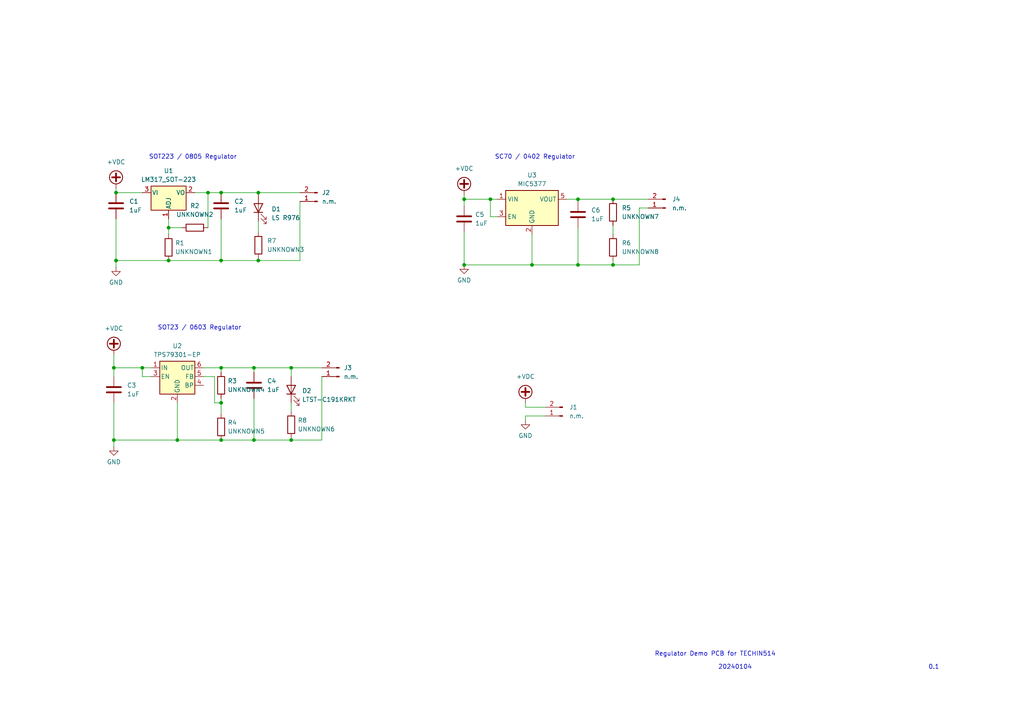
<source format=kicad_sch>
(kicad_sch (version 20250114) (generator "eeschema") (generator_version "9.0")
  (paper "A4")
  (lib_symbols
    (symbol "Connector:Conn_01x02_Pin" (pin_names (offset 1.016) (hide yes))
      (property "Reference" "J" (at 0 2.54 0))
      (property "Value" "Conn_01x02_Pin" (at 0 -5.08 0))
      (symbol "Conn_01x02_Pin_1_1"
        (rectangle (start 0.8636 0.127) (end 0 -0.127) (stroke (width 0.1524)) (fill (type outline)))
        (rectangle (start 0.8636 -2.413) (end 0 -2.667) (stroke (width 0.1524)) (fill (type outline)))
        (polyline (pts (xy 1.27 0) (xy 0.8636 0)) (stroke (width 0.1524)))
        (polyline (pts (xy 1.27 -2.54) (xy 0.8636 -2.54)) (stroke (width 0.1524)))
        (pin passive line (at 5.08 0 180) (length 3.81) (name "Pin_1") (number "1"))
        (pin passive line (at 5.08 -2.54 180) (length 3.81) (name "Pin_2") (number "2"))
      )
    )
    (symbol "Device:C" (pin_numbers (hide yes)) (pin_names (offset 0.254))
      (property "Reference" "C" (at 0.635 2.54 0))
      (property "Value" "C" (at 0.635 -2.54 0))
      (symbol "C_0_1"
        (polyline (pts (xy -2.032 0.762) (xy 2.032 0.762)) (stroke (width 0.508)))
        (polyline (pts (xy -2.032 -0.762) (xy 2.032 -0.762)) (stroke (width 0.508)))
      )
      (symbol "C_1_1"
        (pin passive line (at 0 3.81 270) (length 2.794) (name "~") (number "1"))
        (pin passive line (at 0 -3.81 90) (length 2.794) (name "~") (number "2"))
      )
    )
    (symbol "Device:LED" (pin_numbers (hide yes)) (pin_names (offset 1.016) (hide yes))
      (property "Reference" "D" (at 0 2.54 0))
      (property "Value" "LED" (at 0 -2.54 0))
      (symbol "LED_0_1"
        (polyline (pts (xy -3.048 -0.762) (xy -4.572 -2.286) (xy -3.81 -2.286) (xy -4.572 -2.286) (xy -4.572 -1.524)))
        (polyline (pts (xy -1.778 -0.762) (xy -3.302 -2.286) (xy -2.54 -2.286) (xy -3.302 -2.286) (xy -3.302 -1.524)))
        (polyline (pts (xy -1.27 0) (xy 1.27 0)))
        (polyline (pts (xy -1.27 -1.27) (xy -1.27 1.27)) (stroke (width 0.254)))
        (polyline (pts (xy 1.27 -1.27) (xy 1.27 1.27) (xy -1.27 0) (xy 1.27 -1.27)) (stroke (width 0.254)))
      )
      (symbol "LED_1_1"
        (pin passive line (at -3.81 0 0) (length 2.54) (name "K") (number "1"))
        (pin passive line (at 3.81 0 180) (length 2.54) (name "A") (number "2"))
      )
    )
    (symbol "Device:R" (pin_numbers (hide yes)) (pin_names (offset 0))
      (property "Reference" "R" (at 2.032 0 90))
      (property "Value" "R" (at 0 0 90))
      (symbol "R_0_1"
        (rectangle (start -1.016 -2.54) (end 1.016 2.54) (stroke (width 0.254)))
      )
      (symbol "R_1_1"
        (pin passive line (at 0 3.81 270) (length 1.27) (name "~") (number "1"))
        (pin passive line (at 0 -3.81 90) (length 1.27) (name "~") (number "2"))
      )
    )
    (symbol "Regulator_Linear:LM317_SOT-223" (pin_names (offset 0.254))
      (property "Reference" "U" (at -3.81 3.175 0))
      (property "Value" "LM317_SOT-223" (at 0 3.175 0))
      (symbol "LM317_SOT-223_0_1"
        (rectangle (start -5.08 1.905) (end 5.08 -5.08) (stroke (width 0.254)) (fill (type background)))
      )
      (symbol "LM317_SOT-223_1_1"
        (pin power_in line (at -7.62 0 0) (length 2.54) (name "VI") (number "3"))
        (pin input line (at 0 -7.62 90) (length 2.54) (name "ADJ") (number "1"))
        (pin power_out line (at 7.62 0 180) (length 2.54) (name "VO") (number "2"))
      )
    )
    (symbol "Regulator_Linear:MIC5366-3.3YC5"
      (property "Reference" "U" (at -6.35 6.35 0))
      (property "Value" "MIC5366-3.3YC5" (at 0 6.35 0))
      (symbol "MIC5366-3.3YC5_0_1"
        (rectangle (start -7.62 -5.08) (end 7.62 5.08) (stroke (width 0.254)) (fill (type background)))
      )
      (symbol "MIC5366-3.3YC5_1_1"
        (pin power_in line (at -10.16 2.54 0) (length 2.54) (name "VIN") (number "1"))
        (pin input line (at -10.16 -2.54 0) (length 2.54) (name "EN") (number "3"))
        (pin power_in line (at 0 -7.62 90) (length 2.54) (name "GND") (number "2"))
        (pin no_connect line (at 7.62 -2.54 180) (length 2.54) (hide yes) (name "NC") (number "4"))
        (pin power_out line (at 10.16 2.54 180) (length 2.54) (name "VOUT") (number "5"))
      )
    )
    (symbol "Regulator_Linear:TPS79301-EP" (pin_names (offset 0.254))
      (property "Reference" "U" (at -3.81 5.715 0))
      (property "Value" "TPS79301-EP" (at 0 5.715 0))
      (symbol "TPS79301-EP_1_1"
        (rectangle (start 5.08 -5.08) (end -5.08 4.445) (stroke (width 0.254)) (fill (type background)))
        (pin power_in line (at -7.62 2.54 0) (length 2.54) (name "IN") (number "1"))
        (pin input line (at -7.62 0 0) (length 2.54) (name "EN") (number "3"))
        (pin power_in line (at 0 -7.62 90) (length 2.54) (name "GND") (number "2"))
        (pin power_out line (at 7.62 2.54 180) (length 2.54) (name "OUT") (number "6"))
        (pin input line (at 7.62 0 180) (length 2.54) (name "FB") (number "5"))
        (pin passive line (at 7.62 -2.54 180) (length 2.54) (name "BP") (number "4"))
      )
    )
    (symbol "power:+VDC" (power) (pin_names (offset 0))
      (property "Value" "+VDC" (at 0 6.35 0))
      (symbol "+VDC_0_1"
        (polyline (pts (xy -1.143 3.175) (xy 1.143 3.175)) (stroke (width 0.508)))
        (circle (center 0 3.175) (radius 1.905) (stroke (width 0.254)))
        (polyline (pts (xy 0 2.032) (xy 0 4.318)) (stroke (width 0.508)))
        (polyline (pts (xy 0 0) (xy 0 1.27)))
      )
      (symbol "+VDC_1_1"
        (pin power_in line (at 0 0 90) (length 0) (hide yes) (name "+VDC") (number "1"))
      )
    )
    (symbol "power:GND" (power) (pin_names (offset 0))
      (property "Value" "GND" (at 0 -3.81 0))
      (symbol "GND_0_1"
        (polyline (pts (xy 0 0) (xy 0 -1.27) (xy 1.27 -1.27) (xy 0 -2.54) (xy -1.27 -1.27) (xy 0 -1.27)))
      )
      (symbol "GND_1_1"
        (pin power_in line (at 0 0 270) (length 0) (hide yes) (name "GND") (number "1"))
      )
    )
  )
  (text "SOT23 / 0603 Regulator\n" (at 45.72 95.885 0) (effects (font (size 1.27 1.27)) (justify left bottom)))
  (text "SOT223 / 0805 Regulator" (at 43.18 46.355 0) (effects (font (size 1.27 1.27)) (justify left bottom)))
  (text "Regulator Demo PCB for TECHIN514" (at 189.865 190.5 0) (effects (font (size 1.27 1.27)) (justify left bottom)))
  (text "0.1" (at 269.24 194.31 0) (effects (font (size 1.27 1.27)) (justify left bottom)))
  (text "SC70 / 0402 Regulator" (at 143.51 46.355 0) (effects (font (size 1.27 1.27)) (justify left bottom)))
  (text "20240104" (at 208.28 194.31 0) (effects (font (size 1.27 1.27)) (justify left bottom)))
  (junction (at 64.135 55.88))
  (junction (at 73.66 106.68))
  (junction (at 142.24 57.785))
  (junction (at 48.895 75.565))
  (junction (at 73.66 127.635))
  (junction (at 33.655 75.565))
  (junction (at 84.455 106.68))
  (junction (at 41.275 106.68))
  (junction (at 64.135 116.84))
  (junction (at 167.64 57.785))
  (junction (at 134.62 76.835))
  (junction (at 74.93 75.565))
  (junction (at 33.02 106.68))
  (junction (at 167.64 76.835))
  (junction (at 134.62 57.785))
  (junction (at 33.02 127.635))
  (junction (at 33.655 55.88))
  (junction (at 177.8 76.835))
  (junction (at 51.435 127.635))
  (junction (at 64.135 75.565))
  (junction (at 64.135 106.68))
  (junction (at 48.895 66.04))
  (junction (at 177.8 57.785))
  (junction (at 154.305 76.835))
  (junction (at 74.93 55.88))
  (junction (at 84.455 127.635))
  (junction (at 64.135 127.635))
  (junction (at 60.325 55.88))
  (wire (pts (xy 73.66 127.635) (xy 64.135 127.635)))
  (wire (pts (xy 152.4 120.65) (xy 152.4 121.92)))
  (wire (pts (xy 142.24 57.785) (xy 142.24 62.865)))
  (wire (pts (xy 41.275 109.22) (xy 41.275 106.68)))
  (wire (pts (xy 93.345 109.22) (xy 93.345 127.635)))
  (wire (pts (xy 84.455 127.635) (xy 73.66 127.635)))
  (wire (pts (xy 41.275 106.68) (xy 43.815 106.68)))
  (wire (pts (xy 134.62 67.31) (xy 134.62 76.835)))
  (wire (pts (xy 164.465 57.785) (xy 167.64 57.785)))
  (wire (pts (xy 84.455 109.22) (xy 84.455 106.68)))
  (wire (pts (xy 84.455 106.68) (xy 93.345 106.68)))
  (wire (pts (xy 64.135 75.565) (xy 48.895 75.565)))
  (wire (pts (xy 74.93 75.565) (xy 74.93 74.93)))
  (wire (pts (xy 48.895 66.04) (xy 48.895 63.5)))
  (wire (pts (xy 167.64 57.785) (xy 177.8 57.785)))
  (wire (pts (xy 185.42 60.325) (xy 185.42 76.835)))
  (wire (pts (xy 152.4 118.11) (xy 158.115 118.11)))
  (wire (pts (xy 64.135 75.565) (xy 74.93 75.565)))
  (wire (pts (xy 93.345 127.635) (xy 84.455 127.635)))
  (wire (pts (xy 52.705 66.04) (xy 48.895 66.04)))
  (wire (pts (xy 33.655 55.88) (xy 41.275 55.88)))
  (wire (pts (xy 154.305 76.835) (xy 167.64 76.835)))
  (wire (pts (xy 84.455 106.68) (xy 73.66 106.68)))
  (wire (pts (xy 74.93 55.88) (xy 86.995 55.88)))
  (wire (pts (xy 33.02 106.68) (xy 41.275 106.68)))
  (wire (pts (xy 33.02 102.87) (xy 33.02 106.68)))
  (wire (pts (xy 154.305 67.945) (xy 154.305 76.835)))
  (wire (pts (xy 64.135 106.68) (xy 73.66 106.68)))
  (wire (pts (xy 177.8 57.785) (xy 187.96 57.785)))
  (wire (pts (xy 152.4 118.11) (xy 152.4 116.84)))
  (wire (pts (xy 74.93 64.135) (xy 74.93 67.31)))
  (wire (pts (xy 33.02 127.635) (xy 51.435 127.635)))
  (wire (pts (xy 177.8 76.835) (xy 177.8 75.565)))
  (wire (pts (xy 177.8 65.405) (xy 177.8 67.945)))
  (wire (pts (xy 60.325 55.88) (xy 64.135 55.88)))
  (wire (pts (xy 33.655 75.565) (xy 48.895 75.565)))
  (wire (pts (xy 64.135 106.68) (xy 64.135 107.95)))
  (wire (pts (xy 167.64 66.04) (xy 167.64 76.835)))
  (wire (pts (xy 33.655 63.5) (xy 33.655 75.565)))
  (wire (pts (xy 64.135 116.84) (xy 64.135 120.015)))
  (wire (pts (xy 74.93 55.88) (xy 74.93 56.515)))
  (wire (pts (xy 158.115 120.65) (xy 152.4 120.65)))
  (wire (pts (xy 185.42 76.835) (xy 177.8 76.835)))
  (wire (pts (xy 62.23 116.84) (xy 62.23 109.22)))
  (wire (pts (xy 62.23 109.22) (xy 59.055 109.22)))
  (wire (pts (xy 134.62 76.835) (xy 154.305 76.835)))
  (wire (pts (xy 73.66 115.57) (xy 73.66 127.635)))
  (wire (pts (xy 187.96 60.325) (xy 185.42 60.325)))
  (wire (pts (xy 73.66 106.68) (xy 73.66 107.95)))
  (wire (pts (xy 134.62 56.515) (xy 134.62 57.785)))
  (wire (pts (xy 86.995 75.565) (xy 86.995 58.42)))
  (wire (pts (xy 134.62 57.785) (xy 134.62 59.69)))
  (wire (pts (xy 167.64 76.835) (xy 177.8 76.835)))
  (wire (pts (xy 51.435 127.635) (xy 64.135 127.635)))
  (wire (pts (xy 51.435 116.84) (xy 51.435 127.635)))
  (wire (pts (xy 142.24 57.785) (xy 144.145 57.785)))
  (wire (pts (xy 144.145 62.865) (xy 142.24 62.865)))
  (wire (pts (xy 64.135 115.57) (xy 64.135 116.84)))
  (wire (pts (xy 33.655 54.61) (xy 33.655 55.88)))
  (wire (pts (xy 64.135 116.84) (xy 62.23 116.84)))
  (wire (pts (xy 134.62 57.785) (xy 142.24 57.785)))
  (wire (pts (xy 64.135 63.5) (xy 64.135 75.565)))
  (wire (pts (xy 60.325 55.88) (xy 56.515 55.88)))
  (wire (pts (xy 33.02 116.84) (xy 33.02 127.635)))
  (wire (pts (xy 84.455 127) (xy 84.455 127.635)))
  (wire (pts (xy 33.02 127.635) (xy 33.02 129.54)))
  (wire (pts (xy 167.64 57.785) (xy 167.64 58.42)))
  (wire (pts (xy 43.815 109.22) (xy 41.275 109.22)))
  (wire (pts (xy 33.655 75.565) (xy 33.655 77.47)))
  (wire (pts (xy 60.325 66.04) (xy 60.325 55.88)))
  (wire (pts (xy 84.455 116.84) (xy 84.455 119.38)))
  (wire (pts (xy 48.895 66.04) (xy 48.895 67.945)))
  (wire (pts (xy 33.02 106.68) (xy 33.02 109.22)))
  (wire (pts (xy 74.93 75.565) (xy 86.995 75.565)))
  (wire (pts (xy 59.055 106.68) (xy 64.135 106.68)))
  (wire (pts (xy 64.135 55.88) (xy 74.93 55.88)))
  (symbol (lib_id "Device:R") (at 177.8 61.595 0) (unit 1)
    (property "Reference" "R5" (at 180.34 60.325 0) (effects (justify left)))
    (property "Value" "UNKNOWN7" (at 180.34 62.865 0) (effects (justify left)))
    (property "Footprint" "Resistor_SMD:R_0402_1005Metric_Pad0.72x0.64mm_HandSolder" (effects (hide yes)))
  )
  (symbol (lib_id "power:GND") (at 152.4 121.92 0) (unit 1)
    (property "Reference" "#PWR03" (effects (hide yes)))
    (property "Value" "GND" (at 152.4 126.365 0))
  )
  (symbol (lib_id "Device:C") (at 64.135 59.69 0) (unit 1)
    (property "Reference" "C2" (at 67.945 58.42 0) (effects (justify left)))
    (property "Value" "1uF" (at 67.945 60.96 0) (effects (justify left)))
    (property "Footprint" "Capacitor_SMD:C_0805_2012Metric_Pad1.18x1.45mm_HandSolder" (effects (hide yes)))
  )
  (symbol (lib_id "Device:C") (at 73.66 111.76 0) (unit 1)
    (property "Reference" "C4" (at 77.47 110.49 0) (effects (justify left)))
    (property "Value" "1uF" (at 77.47 113.03 0) (effects (justify left)))
    (property "Footprint" "Capacitor_SMD:C_0603_1608Metric_Pad1.08x0.95mm_HandSolder" (effects (hide yes)))
  )
  (symbol (lib_id "power:+VDC") (at 33.02 102.87 0) (unit 1)
    (property "Reference" "#PWR05" (effects (hide yes)))
    (property "Value" "+VDC" (at 33.02 95.25 0))
  )
  (symbol (lib_id "Device:R") (at 56.515 66.04 90) (unit 1)
    (property "Reference" "R2" (at 56.515 59.69 90))
    (property "Value" "UNKNOWN2" (at 56.515 62.23 90))
    (property "Footprint" "Resistor_SMD:R_0805_2012Metric_Pad1.20x1.40mm_HandSolder" (effects (hide yes)))
  )
  (symbol (lib_id "Device:R") (at 177.8 71.755 0) (unit 1)
    (property "Reference" "R6" (at 180.34 70.485 0) (effects (justify left)))
    (property "Value" "UNKNOWN8" (at 180.34 73.025 0) (effects (justify left)))
    (property "Footprint" "Resistor_SMD:R_0402_1005Metric_Pad0.72x0.64mm_HandSolder" (effects (hide yes)))
  )
  (symbol (lib_id "Device:C") (at 167.64 62.23 0) (unit 1)
    (property "Reference" "C6" (at 171.45 60.96 0) (effects (justify left)))
    (property "Value" "1uF" (at 171.45 63.5 0) (effects (justify left)))
    (property "Footprint" "Capacitor_SMD:C_0402_1005Metric_Pad0.74x0.62mm_HandSolder" (effects (hide yes)))
  )
  (symbol (lib_id "Connector:Conn_01x02_Pin") (at 98.425 109.22 180) (unit 1)
    (property "Reference" "J3" (at 99.695 106.68 0) (effects (justify right)))
    (property "Value" "n.m." (at 99.695 109.22 0) (effects (justify right)))
    (property "Footprint" "Connector_PinHeader_2.54mm:PinHeader_1x02_P2.54mm_Vertical" (effects (hide yes)))
  )
  (symbol (lib_id "Connector:Conn_01x02_Pin") (at 163.195 120.65 180) (unit 1)
    (property "Reference" "J1" (at 165.1 118.11 0) (effects (justify right)))
    (property "Value" "n.m." (at 165.1 120.65 0) (effects (justify right)))
    (property "Footprint" "Connector_PinHeader_2.54mm:PinHeader_1x02_P2.54mm_Vertical" (effects (hide yes)))
  )
  (symbol (lib_id "Device:R") (at 74.93 71.12 0) (unit 1)
    (property "Reference" "R7" (at 77.47 69.85 0) (effects (justify left)))
    (property "Value" "UNKNOWN3" (at 77.47 72.39 0) (effects (justify left)))
    (property "Footprint" "Resistor_SMD:R_0805_2012Metric_Pad1.20x1.40mm_HandSolder" (effects (hide yes)))
  )
  (symbol (lib_id "power:+VDC") (at 134.62 56.515 0) (unit 1)
    (property "Reference" "#PWR07" (effects (hide yes)))
    (property "Value" "+VDC" (at 134.62 48.895 0))
  )
  (symbol (lib_id "Device:R") (at 64.135 123.825 0) (unit 1)
    (property "Reference" "R4" (at 66.04 122.555 0) (effects (justify left)))
    (property "Value" "UNKNOWN5" (at 66.04 125.095 0) (effects (justify left)))
    (property "Footprint" "Resistor_SMD:R_0603_1608Metric_Pad0.98x0.95mm_HandSolder" (effects (hide yes)))
  )
  (symbol (lib_id "Device:LED") (at 74.93 60.325 90) (unit 1)
    (property "Reference" "D1" (at 78.74 60.6425 90) (effects (justify right)))
    (property "Value" "LS R976" (at 78.74 63.1825 90) (effects (justify right)))
    (property "Footprint" "LED_SMD:LED_0805_2012Metric_Pad1.15x1.40mm_HandSolder" (effects (hide yes)))
  )
  (symbol (lib_id "Device:R") (at 84.455 123.19 0) (unit 1)
    (property "Reference" "R8" (at 86.36 121.92 0) (effects (justify left)))
    (property "Value" "UNKNOWN6" (at 86.36 124.46 0) (effects (justify left)))
    (property "Footprint" "Resistor_SMD:R_0603_1608Metric_Pad0.98x0.95mm_HandSolder" (effects (hide yes)))
  )
  (symbol (lib_id "Device:R") (at 64.135 111.76 0) (unit 1)
    (property "Reference" "R3" (at 66.04 110.49 0) (effects (justify left)))
    (property "Value" "UNKNOWN4" (at 66.04 113.03 0) (effects (justify left)))
    (property "Footprint" "Resistor_SMD:R_0603_1608Metric_Pad0.98x0.95mm_HandSolder" (effects (hide yes)))
  )
  (symbol (lib_id "Connector:Conn_01x02_Pin") (at 193.04 60.325 180) (unit 1)
    (property "Reference" "J4" (at 194.945 57.785 0) (effects (justify right)))
    (property "Value" "n.m." (at 194.945 60.325 0) (effects (justify right)))
    (property "Footprint" "Connector_PinHeader_2.54mm:PinHeader_1x02_P2.54mm_Vertical" (effects (hide yes)))
  )
  (symbol (lib_id "Device:C") (at 134.62 63.5 180) (unit 1)
    (property "Reference" "C5" (at 137.795 62.23 0) (effects (justify right)))
    (property "Value" "1uF" (at 137.795 64.77 0) (effects (justify right)))
    (property "Footprint" "Capacitor_SMD:C_0402_1005Metric_Pad0.74x0.62mm_HandSolder" (effects (hide yes)))
  )
  (symbol (lib_id "power:GND") (at 33.02 129.54 0) (unit 1)
    (property "Reference" "#PWR06" (effects (hide yes)))
    (property "Value" "GND" (at 33.02 133.985 0))
  )
  (symbol (lib_id "Connector:Conn_01x02_Pin") (at 92.075 58.42 180) (unit 1)
    (property "Reference" "J2" (at 93.345 55.88 0) (effects (justify right)))
    (property "Value" "n.m." (at 93.345 58.42 0) (effects (justify right)))
    (property "Footprint" "Connector_PinHeader_2.54mm:PinHeader_1x02_P2.54mm_Vertical" (effects (hide yes)))
  )
  (symbol (lib_id "Device:R") (at 48.895 71.755 0) (unit 1)
    (property "Reference" "R1" (at 50.8 70.485 0) (effects (justify left)))
    (property "Value" "UNKNOWN1" (at 50.8 73.025 0) (effects (justify left)))
    (property "Footprint" "Resistor_SMD:R_0805_2012Metric_Pad1.20x1.40mm_HandSolder" (effects (hide yes)))
  )
  (symbol (lib_id "Regulator_Linear:LM317_SOT-223") (at 48.895 55.88 0) (unit 1)
    (property "Reference" "U1" (at 48.895 49.53 0))
    (property "Value" "LM317_SOT-223" (at 48.895 52.07 0))
    (property "Footprint" "Package_TO_SOT_SMD:SOT-223-3_TabPin2" (effects (hide yes)))
    (property "Datasheet" "http://www.ti.com/lit/ds/symlink/lm317.pdf" (effects (hide yes)))
  )
  (symbol (lib_id "power:+VDC") (at 33.655 54.61 0) (unit 1)
    (property "Reference" "#PWR01" (effects (hide yes)))
    (property "Value" "+VDC" (at 33.655 46.99 0))
  )
  (symbol (lib_id "Regulator_Linear:TPS79301-EP") (at 51.435 109.22 0) (unit 1)
    (property "Reference" "U2" (at 51.435 100.33 0))
    (property "Value" "TPS79301-EP" (at 51.435 102.87 0))
    (property "Footprint" "Package_TO_SOT_SMD:SOT-23-6" (effects (hide yes)))
    (property "Datasheet" "http://www.ti.com/lit/ds/symlink/tps79333-ep.pdf" (effects (hide yes)))
  )
  (symbol (lib_id "power:GND") (at 134.62 76.835 0) (unit 1)
    (property "Reference" "#PWR08" (effects (hide yes)))
    (property "Value" "GND" (at 134.62 81.28 0))
  )
  (symbol (lib_id "Regulator_Linear:MIC5366-3.3YC5") (at 154.305 60.325 0) (unit 1)
    (property "Reference" "U3" (at 154.305 50.8 0))
    (property "Value" "MIC5377" (at 154.305 53.34 0))
    (property "Footprint" "Package_TO_SOT_SMD:SOT-353_SC-70-5" (effects (hide yes)))
    (property "Datasheet" "http://ww1.microchip.com/downloads/en/DeviceDoc/mic5365.pdf" (effects (hide yes)))
  )
  (symbol (lib_id "power:GND") (at 33.655 77.47 0) (unit 1)
    (property "Reference" "#PWR04" (effects (hide yes)))
    (property "Value" "GND" (at 33.655 81.915 0))
  )
  (symbol (lib_id "Device:C") (at 33.655 59.69 0) (unit 1)
    (property "Reference" "C1" (at 37.465 58.42 0) (effects (justify left)))
    (property "Value" "1uF" (at 37.465 60.96 0) (effects (justify left)))
    (property "Footprint" "Capacitor_SMD:C_0805_2012Metric_Pad1.18x1.45mm_HandSolder" (effects (hide yes)))
  )
  (symbol (lib_id "Device:LED") (at 84.455 113.03 90) (unit 1)
    (property "Reference" "D2" (at 87.63 113.3475 90) (effects (justify right)))
    (property "Value" "LTST-C191KRKT" (at 87.63 115.8875 90) (effects (justify right)))
    (property "Footprint" "LED_SMD:LED_0603_1608Metric_Pad1.05x0.95mm_HandSolder" (effects (hide yes)))
  )
  (symbol (lib_id "Device:C") (at 33.02 113.03 0) (unit 1)
    (property "Reference" "C3" (at 36.83 111.76 0) (effects (justify left)))
    (property "Value" "1uF" (at 36.83 114.3 0) (effects (justify left)))
    (property "Footprint" "Capacitor_SMD:C_0603_1608Metric_Pad1.08x0.95mm_HandSolder" (effects (hide yes)))
  )
  (symbol (lib_id "power:+VDC") (at 152.4 116.84 0) (unit 1)
    (property "Reference" "#PWR02" (effects (hide yes)))
    (property "Value" "+VDC" (at 152.4 109.22 0))
  )
)
</source>
